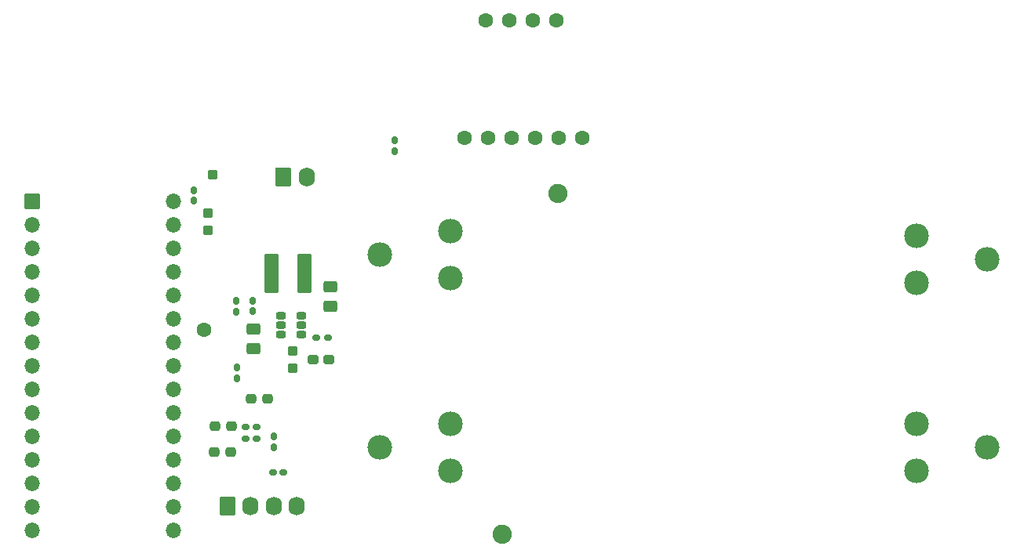
<source format=gbr>
%TF.GenerationSoftware,KiCad,Pcbnew,8.0.8*%
%TF.CreationDate,2025-03-07T18:47:05-08:00*%
%TF.ProjectId,ROCKETRY Camera PCB,524f434b-4554-4525-9920-43616d657261,Rev2.3*%
%TF.SameCoordinates,Original*%
%TF.FileFunction,Soldermask,Top*%
%TF.FilePolarity,Negative*%
%FSLAX46Y46*%
G04 Gerber Fmt 4.6, Leading zero omitted, Abs format (unit mm)*
G04 Created by KiCad (PCBNEW 8.0.8) date 2025-03-07 18:47:05*
%MOMM*%
%LPD*%
G01*
G04 APERTURE LIST*
G04 Aperture macros list*
%AMRoundRect*
0 Rectangle with rounded corners*
0 $1 Rounding radius*
0 $2 $3 $4 $5 $6 $7 $8 $9 X,Y pos of 4 corners*
0 Add a 4 corners polygon primitive as box body*
4,1,4,$2,$3,$4,$5,$6,$7,$8,$9,$2,$3,0*
0 Add four circle primitives for the rounded corners*
1,1,$1+$1,$2,$3*
1,1,$1+$1,$4,$5*
1,1,$1+$1,$6,$7*
1,1,$1+$1,$8,$9*
0 Add four rect primitives between the rounded corners*
20,1,$1+$1,$2,$3,$4,$5,0*
20,1,$1+$1,$4,$5,$6,$7,0*
20,1,$1+$1,$6,$7,$8,$9,0*
20,1,$1+$1,$8,$9,$2,$3,0*%
G04 Aperture macros list end*
%ADD10RoundRect,0.194000X-0.344000X0.194000X-0.344000X-0.194000X0.344000X-0.194000X0.344000X0.194000X0*%
%ADD11RoundRect,0.256500X-0.256500X0.269000X-0.256500X-0.269000X0.256500X-0.269000X0.256500X0.269000X0*%
%ADD12RoundRect,0.179000X-0.179000X0.216500X-0.179000X-0.216500X0.179000X-0.216500X0.179000X0.216500X0*%
%ADD13RoundRect,0.261177X-0.626823X-0.751823X0.626823X-0.751823X0.626823X0.751823X-0.626823X0.751823X0*%
%ADD14O,1.776000X2.026000*%
%ADD15RoundRect,0.038000X-0.800000X-0.800000X0.800000X-0.800000X0.800000X0.800000X-0.800000X0.800000X0*%
%ADD16O,1.676000X1.676000*%
%ADD17RoundRect,0.174000X0.174000X-0.231500X0.174000X0.231500X-0.174000X0.231500X-0.174000X-0.231500X0*%
%ADD18RoundRect,0.256500X0.319000X0.256500X-0.319000X0.256500X-0.319000X-0.256500X0.319000X-0.256500X0*%
%ADD19RoundRect,0.256500X-0.306500X-0.256500X0.306500X-0.256500X0.306500X0.256500X-0.306500X0.256500X0*%
%ADD20RoundRect,0.038000X-0.425000X-0.425000X0.425000X-0.425000X0.425000X0.425000X-0.425000X0.425000X0*%
%ADD21RoundRect,0.174000X-0.231500X-0.174000X0.231500X-0.174000X0.231500X0.174000X-0.231500X0.174000X0*%
%ADD22RoundRect,0.179000X0.216500X0.179000X-0.216500X0.179000X-0.216500X-0.179000X0.216500X-0.179000X0*%
%ADD23C,2.666800*%
%ADD24RoundRect,0.256500X0.306500X0.256500X-0.306500X0.256500X-0.306500X-0.256500X0.306500X-0.256500X0*%
%ADD25C,2.076000*%
%ADD26RoundRect,0.174000X-0.174000X0.231500X-0.174000X-0.231500X0.174000X-0.231500X0.174000X0.231500X0*%
%ADD27RoundRect,0.261177X-0.626823X-0.776823X0.626823X-0.776823X0.626823X0.776823X-0.626823X0.776823X0*%
%ADD28O,1.776000X2.076000*%
%ADD29RoundRect,0.266170X-0.496830X0.359330X-0.496830X-0.359330X0.496830X-0.359330X0.496830X0.359330X0*%
%ADD30RoundRect,0.266170X0.496830X-0.359330X0.496830X0.359330X-0.496830X0.359330X-0.496830X-0.359330X0*%
%ADD31C,1.600000*%
%ADD32RoundRect,0.038000X0.682500X-2.035000X0.682500X2.035000X-0.682500X2.035000X-0.682500X-2.035000X0*%
G04 APERTURE END LIST*
D10*
%TO.C,U2*%
X113820000Y-93490000D03*
X113820000Y-94490000D03*
X113820000Y-95490000D03*
X116020000Y-93490000D03*
X116020000Y-94490000D03*
X116020000Y-95490000D03*
%TD*%
D11*
%TO.C,R3*%
X115040000Y-97297500D03*
X115040000Y-99122500D03*
%TD*%
D12*
%TO.C,R5*%
X113000000Y-106502500D03*
X113000000Y-107697500D03*
%TD*%
D13*
%TO.C,J2*%
X108010000Y-114029000D03*
D14*
X110510000Y-114029000D03*
X113010000Y-114029000D03*
X115510000Y-114029000D03*
%TD*%
D15*
%TO.C,A1*%
X86960000Y-81100000D03*
D16*
X86960000Y-83640000D03*
X86960000Y-86180000D03*
X86960000Y-88720000D03*
X86960000Y-91260000D03*
X86960000Y-93800000D03*
X86960000Y-96340000D03*
X86960000Y-98880000D03*
X86960000Y-101420000D03*
X86960000Y-103960000D03*
X86960000Y-106500000D03*
X86960000Y-109040000D03*
X86960000Y-111580000D03*
X86960000Y-114120000D03*
X86960000Y-116660000D03*
X102200000Y-116660000D03*
X102200000Y-114120000D03*
X102200000Y-111580000D03*
X102200000Y-109040000D03*
X102200000Y-106500000D03*
X102200000Y-103960000D03*
X102200000Y-101420000D03*
X102200000Y-98880000D03*
X102200000Y-96340000D03*
X102200000Y-93800000D03*
X102200000Y-91260000D03*
X102200000Y-88720000D03*
X102200000Y-86180000D03*
X102200000Y-83640000D03*
X102200000Y-81100000D03*
%TD*%
D11*
%TO.C,R8*%
X105918000Y-82399500D03*
X105918000Y-84224500D03*
%TD*%
D17*
%TO.C,C1*%
X126100000Y-75700000D03*
X126100000Y-74565000D03*
%TD*%
D18*
%TO.C,C4*%
X119002500Y-98220000D03*
X117277500Y-98220000D03*
%TD*%
D19*
%TO.C,D2*%
X106593000Y-108221000D03*
X108343000Y-108221000D03*
%TD*%
%TO.C,D3*%
X106693000Y-105396000D03*
X108443000Y-105396000D03*
%TD*%
D20*
%TO.C,J5*%
X106426000Y-78232000D03*
%TD*%
D21*
%TO.C,C5*%
X112932500Y-110400000D03*
X114067500Y-110400000D03*
%TD*%
D12*
%TO.C,R1*%
X109100000Y-99100000D03*
X109100000Y-100295000D03*
%TD*%
D22*
%TO.C,R4*%
X111200000Y-106800000D03*
X110005000Y-106800000D03*
%TD*%
D23*
%TO.C,BT2*%
X124492000Y-107696000D03*
X132112000Y-105156000D03*
X132112000Y-110236000D03*
X182372000Y-105156000D03*
X182372000Y-110236000D03*
X189992000Y-107696000D03*
%TD*%
%TO.C,BT1*%
X124492000Y-86868000D03*
X132112000Y-84328000D03*
X132112000Y-89408000D03*
X182372000Y-84828000D03*
X182372000Y-89908000D03*
X189992000Y-87368000D03*
%TD*%
D22*
%TO.C,R7*%
X111165500Y-105496000D03*
X109970500Y-105496000D03*
%TD*%
D24*
%TO.C,D1*%
X112375000Y-102500000D03*
X110625000Y-102500000D03*
%TD*%
D25*
%TO.C,BATT2*%
X143700000Y-80300000D03*
%TD*%
D26*
%TO.C,C8*%
X110770000Y-91865000D03*
X110770000Y-93000000D03*
%TD*%
%TO.C,C6*%
X109000000Y-93030000D03*
X109000000Y-91895000D03*
%TD*%
D27*
%TO.C,J1*%
X114066000Y-78469000D03*
D28*
X116566000Y-78469000D03*
%TD*%
D29*
%TO.C,C3*%
X119100000Y-90382500D03*
X119100000Y-92457500D03*
%TD*%
D25*
%TO.C,BATT1*%
X137668000Y-117094000D03*
%TD*%
D30*
%TO.C,C2*%
X110800000Y-97037500D03*
X110800000Y-94962500D03*
%TD*%
D31*
%TO.C,J4*%
X105500000Y-95000000D03*
%TD*%
D22*
%TO.C,R2*%
X118847500Y-95850000D03*
X117652500Y-95850000D03*
%TD*%
D31*
%TO.C,U1*%
X135880000Y-61600000D03*
X138420000Y-61600000D03*
X140960000Y-61600000D03*
X143500000Y-61600000D03*
X133594000Y-74300000D03*
X138674000Y-74300000D03*
X141214000Y-74300000D03*
X143754000Y-74300000D03*
X146294000Y-74300000D03*
X136134000Y-74300000D03*
%TD*%
D17*
%TO.C,C7*%
X104400000Y-81067500D03*
X104400000Y-79932500D03*
%TD*%
D32*
%TO.C,L1*%
X116350000Y-88940000D03*
X112822500Y-88925000D03*
%TD*%
M02*

</source>
